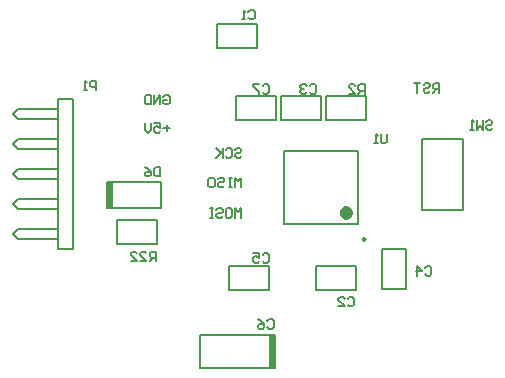
<source format=gbo>
G04 Layer_Color=32896*
%FSLAX25Y25*%
%MOIN*%
G70*
G01*
G75*
%ADD40C,0.00984*%
%ADD41C,0.00787*%
%ADD43C,0.00591*%
%ADD69C,0.02362*%
%ADD70R,0.01968X0.11811*%
%ADD71R,0.01968X0.08661*%
D40*
X43602Y-21654D02*
X42864Y-21227D01*
Y-22080D01*
X43602Y-21654D01*
D41*
X-11417Y-64567D02*
Y-53543D01*
Y-64567D02*
X13386D01*
Y-53543D01*
X-11417D02*
X13386D01*
X-5906Y42126D02*
X7480D01*
X-5906D02*
Y50000D01*
X7480D01*
Y42126D02*
Y50000D01*
X27165Y-38583D02*
X40551D01*
X27165D02*
Y-30709D01*
X40551D01*
Y-38583D02*
Y-30709D01*
X15354Y25984D02*
X28740D01*
Y18110D02*
Y25984D01*
X15354Y18110D02*
X28740D01*
X15354D02*
Y25984D01*
X49213Y-38189D02*
Y-24803D01*
X57087D01*
Y-38189D02*
Y-24803D01*
X49213Y-38189D02*
X57087D01*
X-1969Y-30709D02*
X11417D01*
Y-38583D02*
Y-30709D01*
X-1969Y-38583D02*
X11417D01*
X-1969D02*
Y-30709D01*
X30315Y25984D02*
X43701D01*
Y18110D02*
Y25984D01*
X30315Y18110D02*
X43701D01*
X30315D02*
Y25984D01*
X62598Y-11811D02*
Y11811D01*
X75984D01*
Y-11811D02*
Y11811D01*
X62598Y-11811D02*
X75984D01*
X16535Y-16732D02*
Y7677D01*
X40945Y-16732D02*
Y7677D01*
X16535D02*
X40945D01*
X16535Y-16732D02*
X40945D01*
X-42520Y-11417D02*
X-24409D01*
X-42520D02*
Y-2756D01*
X-24409D01*
Y-11417D02*
Y-2756D01*
X-39370Y-23228D02*
X-25984D01*
X-39370D02*
Y-15354D01*
X-25984D01*
Y-23228D02*
Y-15354D01*
X394Y25984D02*
X13780D01*
Y18110D02*
Y25984D01*
X394Y18110D02*
X13780D01*
X394D02*
Y25984D01*
X-53819Y-25000D02*
Y25000D01*
X-72152Y21667D02*
X-58819D01*
X-73819Y20000D02*
X-72152Y21667D01*
X-73819Y20000D02*
X-72152Y18333D01*
X-58819D01*
X-72152Y11667D02*
X-58819D01*
X-73819Y10000D02*
X-72152Y11667D01*
X-73819Y10000D02*
X-72152Y8333D01*
X-58819D01*
X-72152Y1667D02*
X-58819D01*
X-73819Y0D02*
X-72152Y1667D01*
X-73819Y0D02*
X-72152Y-1667D01*
X-58819D01*
X-72152Y-8333D02*
X-58819D01*
X-73819Y-10000D02*
X-72152Y-8333D01*
X-73819Y-10000D02*
X-72152Y-11667D01*
X-58819D01*
X-72152Y-18333D02*
X-58819D01*
X-73819Y-20000D02*
X-72152Y-18333D01*
X-73819Y-20000D02*
X-72152Y-21667D01*
X-58819D01*
Y-25000D02*
X-53819D01*
X-58819D02*
Y25000D01*
X-53819D01*
D43*
X10893Y-48951D02*
X11418Y-48426D01*
X12467D01*
X12992Y-48951D01*
Y-51050D01*
X12467Y-51575D01*
X11418D01*
X10893Y-51050D01*
X7745Y-48426D02*
X8794Y-48951D01*
X9843Y-50001D01*
Y-51050D01*
X9319Y-51575D01*
X8269D01*
X7745Y-51050D01*
Y-50525D01*
X8269Y-50001D01*
X9843D01*
X4594Y54199D02*
X5119Y54723D01*
X6168D01*
X6693Y54199D01*
Y52100D01*
X6168Y51575D01*
X5119D01*
X4594Y52100D01*
X3544Y51575D02*
X2495D01*
X3019D01*
Y54723D01*
X3544Y54199D01*
X37665Y-41471D02*
X38190Y-40946D01*
X39239D01*
X39764Y-41471D01*
Y-43570D01*
X39239Y-44094D01*
X38190D01*
X37665Y-43570D01*
X34516Y-44094D02*
X36615D01*
X34516Y-41995D01*
Y-41471D01*
X35041Y-40946D01*
X36090D01*
X36615Y-41471D01*
X25066Y29395D02*
X25591Y29920D01*
X26641D01*
X27165Y29395D01*
Y27296D01*
X26641Y26772D01*
X25591D01*
X25066Y27296D01*
X24017Y29395D02*
X23492Y29920D01*
X22443D01*
X21918Y29395D01*
Y28871D01*
X22443Y28346D01*
X22967D01*
X22443D01*
X21918Y27821D01*
Y27296D01*
X22443Y26772D01*
X23492D01*
X24017Y27296D01*
X63452Y-31234D02*
X63977Y-30710D01*
X65026D01*
X65551Y-31234D01*
Y-33334D01*
X65026Y-33858D01*
X63977D01*
X63452Y-33334D01*
X60828Y-33858D02*
Y-30710D01*
X62403Y-32284D01*
X60303D01*
X9318Y-26904D02*
X9843Y-26379D01*
X10892D01*
X11417Y-26904D01*
Y-29003D01*
X10892Y-29528D01*
X9843D01*
X9318Y-29003D01*
X6170Y-26379D02*
X8269D01*
Y-27953D01*
X7219Y-27428D01*
X6694D01*
X6170Y-27953D01*
Y-29003D01*
X6694Y-29528D01*
X7744D01*
X8269Y-29003D01*
X43307Y26772D02*
Y29920D01*
X41733D01*
X41208Y29395D01*
Y28346D01*
X41733Y27821D01*
X43307D01*
X42258D02*
X41208Y26772D01*
X38059D02*
X40159D01*
X38059Y28871D01*
Y29395D01*
X38584Y29920D01*
X39634D01*
X40159Y29395D01*
X83826Y17486D02*
X84351Y18011D01*
X85400D01*
X85925Y17486D01*
Y16961D01*
X85400Y16436D01*
X84351D01*
X83826Y15912D01*
Y15387D01*
X84351Y14862D01*
X85400D01*
X85925Y15387D01*
X82777Y18011D02*
Y14862D01*
X81727Y15912D01*
X80677Y14862D01*
Y18011D01*
X79628Y14862D02*
X78579D01*
X79103D01*
Y18011D01*
X79628Y17486D01*
X50787Y13385D02*
Y10761D01*
X50263Y10236D01*
X49213D01*
X48688Y10761D01*
Y13385D01*
X47639Y10236D02*
X46589D01*
X47114D01*
Y13385D01*
X47639Y12860D01*
X-24803Y2361D02*
Y-787D01*
X-26377D01*
X-26902Y-263D01*
Y1836D01*
X-26377Y2361D01*
X-24803D01*
X-30051D02*
X-29001Y1836D01*
X-27952Y787D01*
Y-263D01*
X-28477Y-787D01*
X-29526D01*
X-30051Y-263D01*
Y262D01*
X-29526Y787D01*
X-27952D01*
X-26280Y-29035D02*
Y-25887D01*
X-27854D01*
X-28379Y-26412D01*
Y-27461D01*
X-27854Y-27986D01*
X-26280D01*
X-27329D02*
X-28379Y-29035D01*
X-31527D02*
X-29428D01*
X-31527Y-26936D01*
Y-26412D01*
X-31002Y-25887D01*
X-29953D01*
X-29428Y-26412D01*
X-34676Y-29035D02*
X-32577D01*
X-34676Y-26936D01*
Y-26412D01*
X-34151Y-25887D01*
X-33101D01*
X-32577Y-26412D01*
X9318Y29395D02*
X9843Y29920D01*
X10892D01*
X11417Y29395D01*
Y27296D01*
X10892Y26772D01*
X9843D01*
X9318Y27296D01*
X8269Y29920D02*
X6170D01*
Y29395D01*
X8269Y27296D01*
Y26772D01*
X-46095Y27953D02*
Y31102D01*
X-47669D01*
X-48193Y30577D01*
Y29528D01*
X-47669Y29003D01*
X-46095D01*
X-49243Y27953D02*
X-50293D01*
X-49768D01*
Y31102D01*
X-49243Y30577D01*
X68209Y27165D02*
Y30314D01*
X66634D01*
X66110Y29789D01*
Y28740D01*
X66634Y28215D01*
X68209D01*
X67159D02*
X66110Y27165D01*
X62961Y29789D02*
X63486Y30314D01*
X64535D01*
X65060Y29789D01*
Y29264D01*
X64535Y28740D01*
X63486D01*
X62961Y28215D01*
Y27690D01*
X63486Y27165D01*
X64535D01*
X65060Y27690D01*
X61911Y30314D02*
X59812D01*
X60862D01*
Y27165D01*
X2264Y-14567D02*
Y-11418D01*
X1214Y-12468D01*
X165Y-11418D01*
Y-14567D01*
X-2459Y-11418D02*
X-1410D01*
X-885Y-11943D01*
Y-14042D01*
X-1410Y-14567D01*
X-2459D01*
X-2984Y-14042D01*
Y-11943D01*
X-2459Y-11418D01*
X-6132Y-11943D02*
X-5608Y-11418D01*
X-4558D01*
X-4033Y-11943D01*
Y-12468D01*
X-4558Y-12993D01*
X-5608D01*
X-6132Y-13517D01*
Y-14042D01*
X-5608Y-14567D01*
X-4558D01*
X-4033Y-14042D01*
X-7182Y-11418D02*
X-8231D01*
X-7707D01*
Y-14567D01*
X-7182D01*
X-8231D01*
X2264Y-4331D02*
Y-1182D01*
X1214Y-2232D01*
X165Y-1182D01*
Y-4331D01*
X-885Y-1182D02*
X-1934D01*
X-1410D01*
Y-4331D01*
X-885D01*
X-1934D01*
X-5608Y-1707D02*
X-5083Y-1182D01*
X-4033D01*
X-3509Y-1707D01*
Y-2232D01*
X-4033Y-2756D01*
X-5083D01*
X-5608Y-3281D01*
Y-3806D01*
X-5083Y-4331D01*
X-4033D01*
X-3509Y-3806D01*
X-8231Y-1182D02*
X-7182D01*
X-6657Y-1707D01*
Y-3806D01*
X-7182Y-4331D01*
X-8231D01*
X-8756Y-3806D01*
Y-1707D01*
X-8231Y-1182D01*
X165Y8136D02*
X690Y8660D01*
X1739D01*
X2264Y8136D01*
Y7611D01*
X1739Y7086D01*
X690D01*
X165Y6561D01*
Y6037D01*
X690Y5512D01*
X1739D01*
X2264Y6037D01*
X-2984Y8136D02*
X-2459Y8660D01*
X-1410D01*
X-885Y8136D01*
Y6037D01*
X-1410Y5512D01*
X-2459D01*
X-2984Y6037D01*
X-4033Y8660D02*
Y5512D01*
Y6561D01*
X-6132Y8660D01*
X-4558Y7086D01*
X-6132Y5512D01*
X-23753Y25852D02*
X-23228Y26377D01*
X-22179D01*
X-21654Y25852D01*
Y23753D01*
X-22179Y23228D01*
X-23228D01*
X-23753Y23753D01*
Y24803D01*
X-22703D01*
X-24802Y23228D02*
Y26377D01*
X-26901Y23228D01*
Y26377D01*
X-27951D02*
Y23228D01*
X-29525D01*
X-30050Y23753D01*
Y25852D01*
X-29525Y26377D01*
X-27951D01*
X-21654Y15354D02*
X-23753D01*
X-22703Y16403D02*
Y14304D01*
X-26901Y16928D02*
X-24802D01*
Y15354D01*
X-25852Y15879D01*
X-26377D01*
X-26901Y15354D01*
Y14304D01*
X-26377Y13780D01*
X-25327D01*
X-24802Y14304D01*
X-27951Y16928D02*
Y14829D01*
X-29000Y13780D01*
X-30050Y14829D01*
Y16928D01*
D69*
X38189Y-12795D02*
X37744Y-11872D01*
X36745Y-11644D01*
X35944Y-12283D01*
Y-13308D01*
X36745Y-13947D01*
X37744Y-13719D01*
X38189Y-12795D01*
D70*
X12402Y-59055D02*
D03*
D71*
X-41535Y-7087D02*
D03*
M02*

</source>
